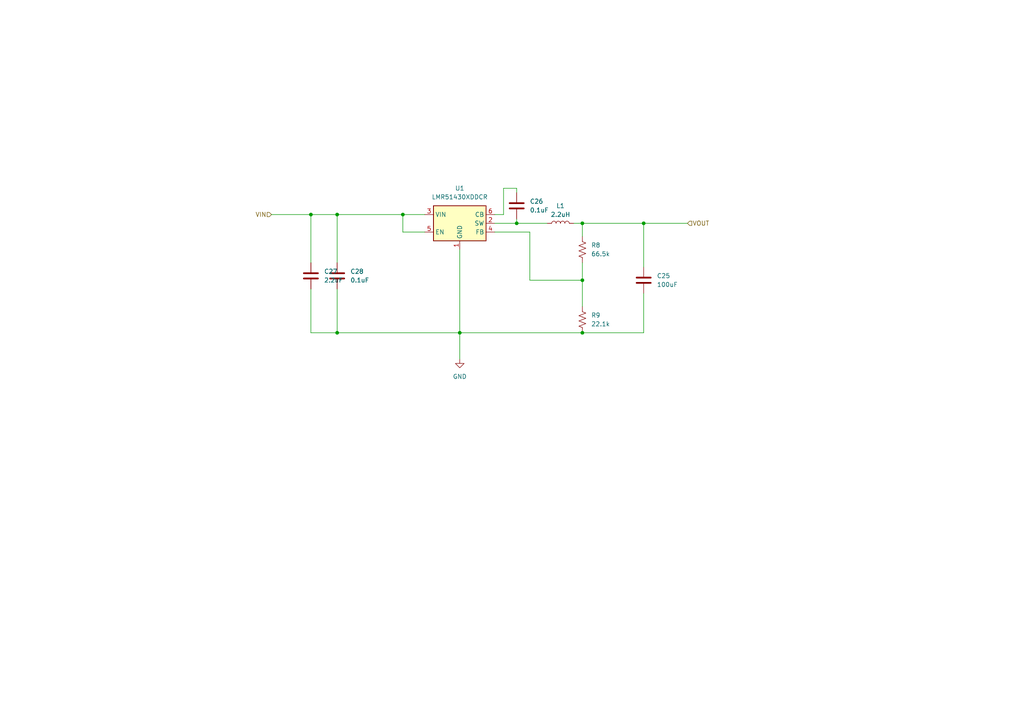
<source format=kicad_sch>
(kicad_sch (version 20231120) (generator "eeschema") (generator_version "8.0")
  (paper "A4")
  (lib_symbols
    (symbol "Device:C" (pin_numbers hide) (pin_names (offset 0.254))
      (property "Reference" "C" (at 0.635 2.54 0))
      (property "Value" "C" (at 0.635 -2.54 0))
      (symbol "C_0_1"
        (polyline (pts (xy -2.032 -0.762) (xy 2.032 -0.762)) (stroke (width 0.508)))
        (polyline (pts (xy -2.032 0.762) (xy 2.032 0.762)) (stroke (width 0.508)))
      )
      (symbol "C_1_1"
        (pin passive line (at 0 3.81 270) (length 2.794) (name "~") (number "1"))
        (pin passive line (at 0 -3.81 90) (length 2.794) (name "~") (number "2"))
      )
    )
    (symbol "Device:L" (pin_numbers hide) (pin_names (offset 1.016) hide)
      (property "Reference" "L" (at -1.27 0 90))
      (property "Value" "L" (at 1.905 0 90))
      (symbol "L_0_1"
        (arc (start 0 -2.54) (mid 0.6323 -1.905) (end 0 -1.27))
        (arc (start 0 -1.27) (mid 0.6323 -0.635) (end 0 0))
        (arc (start 0 0) (mid 0.6323 0.635) (end 0 1.27))
        (arc (start 0 1.27) (mid 0.6323 1.905) (end 0 2.54))
      )
      (symbol "L_1_1"
        (pin passive line (at 0 3.81 270) (length 1.27) (name "1") (number "1"))
        (pin passive line (at 0 -3.81 90) (length 1.27) (name "2") (number "2"))
      )
    )
    (symbol "Device:R_US" (pin_numbers hide) (pin_names (offset 0))
      (property "Reference" "R" (at 2.54 0 90))
      (property "Value" "R_US" (at -2.54 0 90))
      (symbol "R_US_0_1"
        (polyline (pts (xy 0 -2.286) (xy 0 -2.54)))
        (polyline (pts (xy 0 2.286) (xy 0 2.54)))
        (polyline (pts (xy 0 -0.762) (xy 1.016 -1.143) (xy 0 -1.524) (xy -1.016 -1.905) (xy 0 -2.286)))
        (polyline (pts (xy 0 0.762) (xy 1.016 0.381) (xy 0 0) (xy -1.016 -0.381) (xy 0 -0.762)))
        (polyline (pts (xy 0 2.286) (xy 1.016 1.905) (xy 0 1.524) (xy -1.016 1.143) (xy 0 0.762)))
      )
      (symbol "R_US_1_1"
        (pin passive line (at 0 3.81 270) (length 1.27) (name "~") (number "1"))
        (pin passive line (at 0 -3.81 90) (length 1.27) (name "~") (number "2"))
      )
    )
    (symbol "Regulator_Switching:LMR51430"
      (property "Reference" "U" (at -7.62 6.35 0))
      (property "Value" "LMR51430" (at 0 6.35 0))
      (symbol "LMR51430_0_1"
        (rectangle (start -7.62 5.08) (end 7.62 -5.08) (stroke (width 0.254)) (fill (type background)))
      )
      (symbol "LMR51430_1_1"
        (pin power_in line (at 0 -7.62 90) (length 2.54) (name "GND") (number "1"))
        (pin power_out line (at 10.16 0 180) (length 2.54) (name "SW") (number "2"))
        (pin power_in line (at -10.16 2.54 0) (length 2.54) (name "VIN") (number "3"))
        (pin input line (at 10.16 -2.54 180) (length 2.54) (name "FB") (number "4"))
        (pin input line (at -10.16 -2.54 0) (length 2.54) (name "EN") (number "5"))
        (pin passive line (at 10.16 2.54 180) (length 2.54) (name "CB") (number "6"))
      )
    )
    (symbol "power:GND" (power) (pin_numbers hide) (pin_names (offset 0) hide)
      (property "Value" "GND" (at 0 -3.81 0))
      (symbol "GND_0_1"
        (polyline (pts (xy 0 0) (xy 0 -1.27) (xy 1.27 -1.27) (xy 0 -2.54) (xy -1.27 -1.27) (xy 0 -1.27)))
      )
      (symbol "GND_1_1"
        (pin power_in line (at 0 0 270) (length 0) (name "~") (number "1"))
      )
    )
  )
  (junction (at 168.91 81.28))
  (junction (at 149.86 64.77))
  (junction (at 133.35 96.52))
  (junction (at 168.91 96.52))
  (junction (at 186.69 64.77))
  (junction (at 97.79 96.52))
  (junction (at 168.91 64.77))
  (junction (at 97.79 62.23))
  (junction (at 90.17 62.23))
  (junction (at 116.84 62.23))
  (wire (pts (xy 97.79 83.82) (xy 97.79 96.52)))
  (wire (pts (xy 133.35 96.52) (xy 133.35 104.14)))
  (wire (pts (xy 133.35 96.52) (xy 168.91 96.52)))
  (wire (pts (xy 186.69 77.47) (xy 186.69 64.77)))
  (wire (pts (xy 97.79 96.52) (xy 90.17 96.52)))
  (wire (pts (xy 153.67 81.28) (xy 168.91 81.28)))
  (wire (pts (xy 143.51 64.77) (xy 149.86 64.77)))
  (wire (pts (xy 123.19 67.31) (xy 116.84 67.31)))
  (wire (pts (xy 149.86 63.5) (xy 149.86 64.77)))
  (wire (pts (xy 143.51 62.23) (xy 146.05 62.23)))
  (wire (pts (xy 90.17 62.23) (xy 90.17 76.2)))
  (wire (pts (xy 168.91 64.77) (xy 168.91 68.58)))
  (wire (pts (xy 149.86 54.61) (xy 149.86 55.88)))
  (wire (pts (xy 97.79 62.23) (xy 116.84 62.23)))
  (wire (pts (xy 186.69 64.77) (xy 168.91 64.77)))
  (wire (pts (xy 90.17 83.82) (xy 90.17 96.52)))
  (wire (pts (xy 146.05 62.23) (xy 146.05 54.61)))
  (wire (pts (xy 116.84 67.31) (xy 116.84 62.23)))
  (wire (pts (xy 133.35 96.52) (xy 97.79 96.52)))
  (wire (pts (xy 116.84 62.23) (xy 123.19 62.23)))
  (wire (pts (xy 90.17 62.23) (xy 97.79 62.23)))
  (wire (pts (xy 168.91 76.2) (xy 168.91 81.28)))
  (wire (pts (xy 149.86 64.77) (xy 158.75 64.77)))
  (wire (pts (xy 168.91 81.28) (xy 168.91 88.9)))
  (wire (pts (xy 133.35 72.39) (xy 133.35 96.52)))
  (wire (pts (xy 166.37 64.77) (xy 168.91 64.77)))
  (wire (pts (xy 97.79 62.23) (xy 97.79 76.2)))
  (wire (pts (xy 146.05 54.61) (xy 149.86 54.61)))
  (wire (pts (xy 78.74 62.23) (xy 90.17 62.23)))
  (wire (pts (xy 186.69 96.52) (xy 186.69 85.09)))
  (wire (pts (xy 186.69 64.77) (xy 199.39 64.77)))
  (wire (pts (xy 153.67 67.31) (xy 153.67 81.28)))
  (wire (pts (xy 168.91 96.52) (xy 186.69 96.52)))
  (wire (pts (xy 143.51 67.31) (xy 153.67 67.31)))
  (hierarchical_label "VOUT" (shape input) (at 199.39 64.77 0))
  (hierarchical_label "VIN" (shape input) (at 78.74 62.23 180))
  (symbol (lib_id "power:GND") (at 133.35 104.14 0) (unit 1)
    (property "Reference" "#PWR06" (effects (hide yes)))
    (property "Value" "GND" (at 133.35 109.22 0))
    (property "Description" "Power symbol creates a global label with name \"GND\" , ground" (effects (hide yes)))
  )
  (symbol (lib_id "Device:C") (at 97.79 80.01 0) (unit 1)
    (property "Reference" "C28" (at 101.6 78.7399 0) (effects (justify left)))
    (property "Value" "0.1uF" (at 101.6 81.2799 0) (effects (justify left)))
    (property "Footprint" "Capacitor_SMD:C_0603_1608Metric" (effects (hide yes)))
    (property "Description" "Unpolarized capacitor" (effects (hide yes)))
    (property "PARTNO" "GRM188R71H104KA93D" (effects (hide yes)))
    (property "DK" "490-1519-2-ND" (effects (hide yes)))
  )
  (symbol (lib_id "Device:R_US") (at 168.91 72.39 0) (unit 1)
    (property "Reference" "R8" (at 171.45 71.1199 0) (effects (justify left)))
    (property "Value" "66.5k" (at 171.45 73.6599 0) (effects (justify left)))
    (property "Footprint" "Resistor_SMD:R_0402_1005Metric" (effects (hide yes)))
    (property "Datasheet" "https://www.vishay.com/docs/20035/dcrcwe3.pdf" (effects (hide yes)))
    (property "Description" "Resistor, US symbol" (effects (hide yes)))
    (property "PARTNO" "CRCW040266K5FKED" (effects (hide yes)))
    (property "DK" "541-66.5KLTR-ND" (effects (hide yes)))
  )
  (symbol (lib_id "Device:C") (at 90.17 80.01 0) (unit 1)
    (property "Reference" "C27" (at 93.98 78.7399 0) (effects (justify left)))
    (property "Value" "2.2uF" (at 93.98 81.2799 0) (effects (justify left)))
    (property "Footprint" "Capacitor_SMD:C_0603_1608Metric" (effects (hide yes)))
    (property "Datasheet" "https://search.murata.co.jp/Ceramy/image/img/A01X/G101/ENG/GRM188R71A225KE15-01.pdf" (effects (hide yes)))
    (property "Description" "Unpolarized capacitor" (effects (hide yes)))
    (property "PARTNO" "GRM188R71A225KE15D" (effects (hide yes)))
    (property "DK" "490-4520-2-ND" (effects (hide yes)))
  )
  (symbol (lib_id "Regulator_Switching:LMR51430") (at 133.35 64.77 0) (unit 1)
    (property "Reference" "U1" (at 133.35 54.61 0))
    (property "Value" "LMR51430XDDCR" (at 133.35 57.15 0))
    (property "Footprint" "Package_TO_SOT_SMD:SOT-23-6" (effects (hide yes)))
    (property "Datasheet" "https://www.ti.com/lit/ds/symlink/lmr51430.pdf" (effects (hide yes)))
    (property "Description" "4.5-V to 36-V, 3-A synchronous buck converter with 40-µA IQ, SOT-23-6" (effects (hide yes)))
  )
  (symbol (lib_id "Device:R_US") (at 168.91 92.71 0) (unit 1)
    (property "Reference" "R9" (at 171.45 91.4399 0) (effects (justify left)))
    (property "Value" "22.1k" (at 171.45 93.9799 0) (effects (justify left)))
    (property "Footprint" "Resistor_SMD:R_0402_1005Metric" (effects (hide yes)))
    (property "Datasheet" "https://www.vishay.com/docs/20035/dcrcwe3.pdf" (effects (hide yes)))
    (property "Description" "Resistor, US symbol" (effects (hide yes)))
    (property "PARTNO" "CRCW040222K1FKED" (effects (hide yes)))
    (property "DK" "541-22.1KLTR-ND" (effects (hide yes)))
  )
  (symbol (lib_id "Device:L") (at 162.56 64.77 90) (unit 1)
    (property "Reference" "L1" (at 162.56 59.69 90))
    (property "Value" "2.2uH" (at 162.56 62.23 90))
    (property "Description" "Inductor" (effects (hide yes)))
    (property "PARTNO" "SPM6530T-2R2M" (effects (hide yes)))
    (property "DK" "445-4118-2-ND" (effects (hide yes)))
  )
  (symbol (lib_id "Device:C") (at 186.69 81.28 0) (unit 1)
    (property "Reference" "C25" (at 190.5 80.0099 0) (effects (justify left)))
    (property "Value" "100uF" (at 190.5 82.5499 0) (effects (justify left)))
    (property "Footprint" "Capacitor_SMD:C_1210_3225Metric" (effects (hide yes)))
    (property "Datasheet" "https://search.murata.co.jp/Ceramy/image/img/A01X/G101/ENG/GRM32EC80J107ME20-01.pdf" (effects (hide yes)))
    (property "Description" "Unpolarized capacitor" (effects (hide yes)))
    (property "PARTNO" "GRM32EC80J107ME20L" (effects (hide yes)))
    (property "DK" "490-6533-2-ND" (effects (hide yes)))
  )
  (symbol (lib_id "Device:C") (at 149.86 59.69 0) (unit 1)
    (property "Reference" "C26" (at 153.67 58.4199 0) (effects (justify left)))
    (property "Value" "0.1uF" (at 153.67 60.9599 0) (effects (justify left)))
    (property "Footprint" "Capacitor_SMD:C_0402_1005Metric" (effects (hide yes)))
    (property "Datasheet" "https://search.murata.co.jp/Ceramy/image/img/A01X/G101/ENG/GRM155R71C104KA88-01.pdf" (effects (hide yes)))
    (property "Description" "Unpolarized capacitor" (effects (hide yes)))
    (property "PARTNO" "  GRM155R71C104KA88D" (effects (hide yes)))
    (property "DK" "490-3261-2-ND" (effects (hide yes)))
  )
)
</source>
